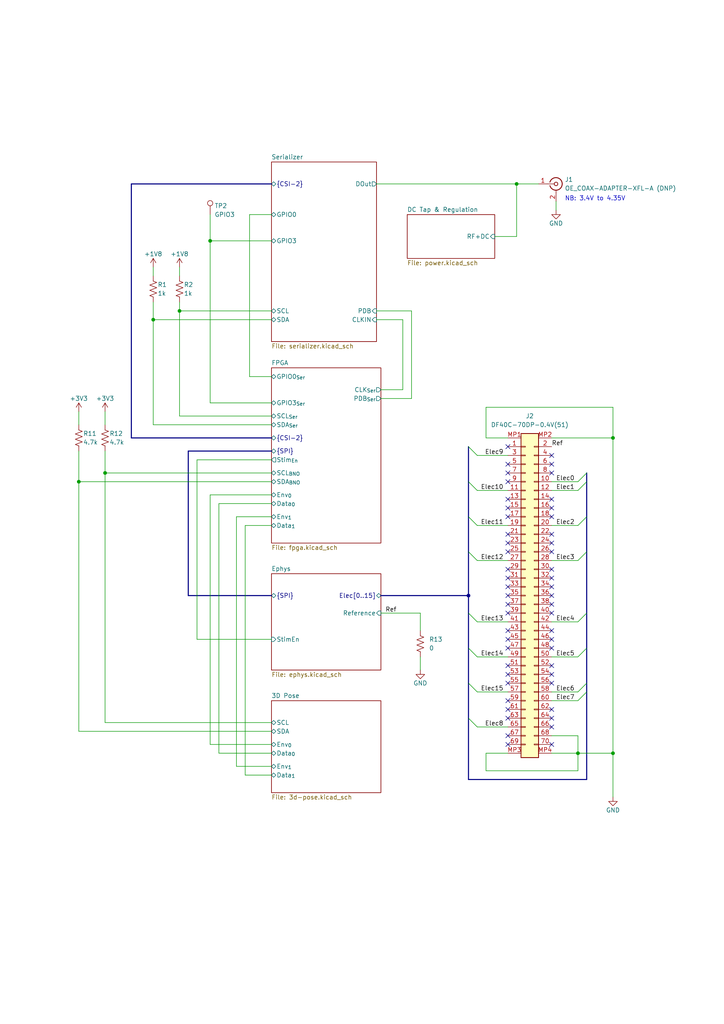
<source format=kicad_sch>
(kicad_sch (version 20211123) (generator eeschema)
  (paper "A4" portrait)
  (title_block (title "Headstage-16Stim") (date "2022-01-21") (rev "A") (company "Open Ephys, Inc") (comment 1 "Jonathan P. Newman"))
  (lib_symbols
    (symbol "Connector:Conn_Coaxial" (pin_names (offset 1.016) hide)
      (property "Reference" "J" (at 0.254 3.048 0))
      (property "Value" "Conn_Coaxial" (at 2.921 0 90))
      (symbol "Conn_Coaxial_0_1"
        (arc (start -1.778 -0.508) (mid 0.222 -1.808) (end 1.778 0) (stroke (width 0.254)))
        (polyline (pts (xy -2.54 0) (xy -0.508 0)))
        (polyline (pts (xy 0 -2.54) (xy 0 -1.778)))
        (circle (center 0 0) (radius 0.508) (stroke (width 0.2032)))
        (arc (start 1.778 0) (mid 0.222 1.8083) (end -1.778 0.508) (stroke (width 0.254)))
      )
      (symbol "Conn_Coaxial_1_1"
        (pin passive line (at -5.08 0 0) (length 2.54) (name "In") (number "1"))
        (pin passive line (at 0 -5.08 90) (length 2.54) (name "Ext") (number "2"))
      )
    )
    (symbol "Connector:TestPoint" (pin_numbers hide) (pin_names (offset 0.762) hide)
      (property "Reference" "TP" (at 0 6.858 0))
      (property "Value" "TestPoint" (at 0 5.08 0))
      (symbol "TestPoint_0_1"
        (circle (center 0 3.302) (radius 0.762))
      )
      (symbol "TestPoint_1_1"
        (pin passive line (at 0 0 90) (length 2.54) (name "1") (number "1"))
      )
    )
    (symbol "Device:R_US" (pin_numbers hide) (pin_names (offset 0))
      (property "Reference" "R" (at 2.54 0 90))
      (property "Value" "R_US" (at -2.54 0 90))
      (symbol "R_US_0_1"
        (polyline (pts (xy 0 -2.286) (xy 0 -2.54)))
        (polyline (pts (xy 0 2.286) (xy 0 2.54)))
        (polyline (pts (xy 0 -0.762) (xy 1.016 -1.143) (xy 0 -1.524) (xy -1.016 -1.905) (xy 0 -2.286)))
        (polyline (pts (xy 0 0.762) (xy 1.016 0.381) (xy 0 0) (xy -1.016 -0.381) (xy 0 -0.762)))
        (polyline (pts (xy 0 2.286) (xy 1.016 1.905) (xy 0 1.524) (xy -1.016 1.143) (xy 0 0.762)))
      )
      (symbol "R_US_1_1"
        (pin passive line (at 0 3.81 270) (length 1.27) (name "~") (number "1"))
        (pin passive line (at 0 -3.81 90) (length 1.27) (name "~") (number "2"))
      )
    )
    (symbol "jonnew:Conn_02x35_Odd_Even_4Mech" (pin_names hide)
      (property "Reference" "J" (at 0 52.07 0))
      (property "Value" "Conn_02x35_Odd_Even_4Mech" (at 1.27 49.53 0))
      (symbol "Conn_02x35_Odd_Even_4Mech_1_1"
        (rectangle (start -2.54 -41.783) (end -1.27 -42.037) (stroke (width 0.1524)))
        (rectangle (start -2.54 -39.243) (end -1.27 -39.497) (stroke (width 0.1524)))
        (rectangle (start -2.54 -36.703) (end -1.27 -36.957) (stroke (width 0.1524)))
        (rectangle (start -2.54 -34.163) (end -1.27 -34.417) (stroke (width 0.1524)))
        (rectangle (start -2.54 -31.623) (end -1.27 -31.877) (stroke (width 0.1524)))
        (rectangle (start -2.54 -29.083) (end -1.27 -29.337) (stroke (width 0.1524)))
        (rectangle (start -2.54 -26.543) (end -1.27 -26.797) (stroke (width 0.1524)))
        (rectangle (start -2.54 -24.003) (end -1.27 -24.257) (stroke (width 0.1524)))
        (rectangle (start -2.54 -21.463) (end -1.27 -21.717) (stroke (width 0.1524)))
        (rectangle (start -2.54 -18.923) (end -1.27 -19.177) (stroke (width 0.1524)))
        (rectangle (start -2.54 -16.383) (end -1.27 -16.637) (stroke (width 0.1524)))
        (rectangle (start -2.54 -13.843) (end -1.27 -14.097) (stroke (width 0.1524)))
        (rectangle (start -2.54 -11.303) (end -1.27 -11.557) (stroke (width 0.1524)))
        (rectangle (start -2.54 -8.763) (end -1.27 -9.017) (stroke (width 0.1524)))
        (rectangle (start -2.54 -6.223) (end -1.27 -6.477) (stroke (width 0.1524)))
        (rectangle (start -2.54 -3.683) (end -1.27 -3.937) (stroke (width 0.1524)))
        (rectangle (start -2.54 -1.143) (end -1.27 -1.397) (stroke (width 0.1524)))
        (rectangle (start -2.54 1.397) (end -1.27 1.143) (stroke (width 0.1524)))
        (rectangle (start -2.54 3.937) (end -1.27 3.683) (stroke (width 0.1524)))
        (rectangle (start -2.54 6.477) (end -1.27 6.223) (stroke (width 0.1524)))
        (rectangle (start -2.54 9.017) (end -1.27 8.763) (stroke (width 0.1524)))
        (rectangle (start -2.54 11.557) (end -1.27 11.303) (stroke (width 0.1524)))
        (rectangle (start -2.54 14.097) (end -1.27 13.843) (stroke (width 0.1524)))
        (rectangle (start -2.54 16.637) (end -1.27 16.383) (stroke (width 0.1524)))
        (rectangle (start -2.54 19.177) (end -1.27 18.923) (stroke (width 0.1524)))
        (rectangle (start -2.54 21.717) (end -1.27 21.463) (stroke (width 0.1524)))
        (rectangle (start -2.54 24.257) (end -1.27 24.003) (stroke (width 0.1524)))
        (rectangle (start -2.54 26.797) (end -1.27 26.543) (stroke (width 0.1524)))
        (rectangle (start -2.54 29.337) (end -1.27 29.083) (stroke (width 0.1524)))
        (rectangle (start -2.54 31.877) (end -1.27 31.623) (stroke (width 0.1524)))
        (rectangle (start -2.54 34.417) (end -1.27 34.163) (stroke (width 0.1524)))
        (rectangle (start -2.54 36.957) (end -1.27 36.703) (stroke (width 0.1524)))
        (rectangle (start -2.54 39.497) (end -1.27 39.243) (stroke (width 0.1524)))
        (rectangle (start -2.54 42.037) (end -1.27 41.783) (stroke (width 0.1524)))
        (rectangle (start -2.54 44.577) (end -1.27 44.323) (stroke (width 0.1524)))
        (rectangle (start -2.54 48.26) (end 2.54 -45.72) (stroke (width 0.254)) (fill (type background)))
        (rectangle (start 2.54 -41.783) (end 1.27 -42.037) (stroke (width 0.1524)))
        (rectangle (start 2.54 -39.243) (end 1.27 -39.497) (stroke (width 0.1524)))
        (rectangle (start 2.54 -36.703) (end 1.27 -36.957) (stroke (width 0.1524)))
        (rectangle (start 2.54 -34.163) (end 1.27 -34.417) (stroke (width 0.1524)))
        (rectangle (start 2.54 -31.623) (end 1.27 -31.877) (stroke (width 0.1524)))
        (rectangle (start 2.54 -29.083) (end 1.27 -29.337) (stroke (width 0.1524)))
        (rectangle (start 2.54 -26.543) (end 1.27 -26.797) (stroke (width 0.1524)))
        (rectangle (start 2.54 -24.003) (end 1.27 -24.257) (stroke (width 0.1524)))
        (rectangle (start 2.54 -21.463) (end 1.27 -21.717) (stroke (width 0.1524)))
        (rectangle (start 2.54 -18.923) (end 1.27 -19.177) (stroke (width 0.1524)))
        (rectangle (start 2.54 -16.383) (end 1.27 -16.637) (stroke (width 0.1524)))
        (rectangle (start 2.54 -13.843) (end 1.27 -14.097) (stroke (width 0.1524)))
        (rectangle (start 2.54 -11.303) (end 1.27 -11.557) (stroke (width 0.1524)))
        (rectangle (start 2.54 -8.763) (end 1.27 -9.017) (stroke (width 0.1524)))
        (rectangle (start 2.54 -6.223) (end 1.27 -6.477) (stroke (width 0.1524)))
        (rectangle (start 2.54 -3.683) (end 1.27 -3.937) (stroke (width 0.1524)))
        (rectangle (start 2.54 -1.143) (end 1.27 -1.397) (stroke (width 0.1524)))
        (rectangle (start 2.54 1.397) (end 1.27 1.143) (stroke (width 0.1524)))
        (rectangle (start 2.54 3.937) (end 1.27 3.683) (stroke (width 0.1524)))
        (rectangle (start 2.54 6.477) (end 1.27 6.223) (stroke (width 0.1524)))
        (rectangle (start 2.54 9.017) (end 1.27 8.763) (stroke (width 0.1524)))
        (rectangle (start 2.54 11.557) (end 1.27 11.303) (stroke (width 0.1524)))
        (rectangle (start 2.54 14.097) (end 1.27 13.843) (stroke (width 0.1524)))
        (rectangle (start 2.54 16.637) (end 1.27 16.383) (stroke (width 0.1524)))
        (rectangle (start 2.54 19.177) (end 1.27 18.923) (stroke (width 0.1524)))
        (rectangle (start 2.54 21.717) (end 1.27 21.463) (stroke (width 0.1524)))
        (rectangle (start 2.54 24.257) (end 1.27 24.003) (stroke (width 0.1524)))
        (rectangle (start 2.54 26.797) (end 1.27 26.543) (stroke (width 0.1524)))
        (rectangle (start 2.54 29.337) (end 1.27 29.083) (stroke (width 0.1524)))
        (rectangle (start 2.54 31.877) (end 1.27 31.623) (stroke (width 0.1524)))
        (rectangle (start 2.54 34.417) (end 1.27 34.163) (stroke (width 0.1524)))
        (rectangle (start 2.54 36.957) (end 1.27 36.703) (stroke (width 0.1524)))
        (rectangle (start 2.54 39.497) (end 1.27 39.243) (stroke (width 0.1524)))
        (rectangle (start 2.54 42.037) (end 1.27 41.783) (stroke (width 0.1524)))
        (rectangle (start 2.54 44.577) (end 1.27 44.323) (stroke (width 0.1524)))
        (pin passive line (at -6.35 44.45 0) (length 3.81) (name "Pin_1") (number "1"))
        (pin passive line (at 6.35 34.29 180) (length 3.81) (name "Pin_10") (number "10"))
        (pin passive line (at -6.35 31.75 0) (length 3.81) (name "Pin_11") (number "11"))
        (pin passive line (at 6.35 31.75 180) (length 3.81) (name "Pin_12") (number "12"))
        (pin passive line (at -6.35 29.21 0) (length 3.81) (name "Pin_13") (number "13"))
        (pin passive line (at 6.35 29.21 180) (length 3.81) (name "Pin_14") (number "14"))
        (pin passive line (at -6.35 26.67 0) (length 3.81) (name "Pin_15") (number "15"))
        (pin passive line (at 6.35 26.67 180) (length 3.81) (name "Pin_16") (number "16"))
        (pin passive line (at -6.35 24.13 0) (length 3.81) (name "Pin_17") (number "17"))
        (pin passive line (at 6.35 24.13 180) (length 3.81) (name "Pin_18") (number "18"))
        (pin passive line (at -6.35 21.59 0) (length 3.81) (name "Pin_19") (number "19"))
        (pin passive line (at 6.35 44.45 180) (length 3.81) (name "Pin_2") (number "2"))
        (pin passive line (at 6.35 21.59 180) (length 3.81) (name "Pin_20") (number "20"))
        (pin passive line (at -6.35 19.05 0) (length 3.81) (name "Pin_21") (number "21"))
        (pin passive line (at 6.35 19.05 180) (length 3.81) (name "Pin_22") (number "22"))
        (pin passive line (at -6.35 16.51 0) (length 3.81) (name "Pin_23") (number "23"))
        (pin passive line (at 6.35 16.51 180) (length 3.81) (name "Pin_24") (number "24"))
        (pin passive line (at -6.35 13.97 0) (length 3.81) (name "Pin_25") (number "25"))
        (pin passive line (at 6.35 13.97 180) (length 3.81) (name "Pin_26") (number "26"))
        (pin passive line (at -6.35 11.43 0) (length 3.81) (name "Pin_27") (number "27"))
        (pin passive line (at 6.35 11.43 180) (length 3.81) (name "Pin_28") (number "28"))
        (pin passive line (at -6.35 8.89 0) (length 3.81) (name "Pin_29") (number "29"))
        (pin passive line (at -6.35 41.91 0) (length 3.81) (name "Pin_3") (number "3"))
        (pin passive line (at 6.35 8.89 180) (length 3.81) (name "Pin_30") (number "30"))
        (pin passive line (at -6.35 6.35 0) (length 3.81) (name "Pin_31") (number "31"))
        (pin passive line (at 6.35 6.35 180) (length 3.81) (name "Pin_32") (number "32"))
        (pin passive line (at -6.35 3.81 0) (length 3.81) (name "Pin_33") (number "33"))
        (pin passive line (at 6.35 3.81 180) (length 3.81) (name "Pin_34") (number "34"))
        (pin passive line (at -6.35 1.27 0) (length 3.81) (name "Pin_35") (number "35"))
        (pin passive line (at 6.35 1.27 180) (length 3.81) (name "Pin_36") (number "36"))
        (pin passive line (at -6.35 -1.27 0) (length 3.81) (name "Pin_37") (number "37"))
        (pin passive line (at 6.35 -1.27 180) (length 3.81) (name "Pin_38") (number "38"))
        (pin passive line (at -6.35 -3.81 0) (length 3.81) (name "Pin_39") (number "39"))
        (pin passive line (at 6.35 41.91 180) (length 3.81) (name "Pin_4") (number "4"))
        (pin passive line (at 6.35 -3.81 180) (length 3.81) (name "Pin_40") (number "40"))
        (pin passive line (at -6.35 -6.35 0) (length 3.81) (name "Pin_41") (number "41"))
        (pin passive line (at 6.35 -6.35 180) (length 3.81) (name "Pin_42") (number "42"))
        (pin passive line (at -6.35 -8.89 0) (length 3.81) (name "Pin_43") (number "43"))
        (pin passive line (at 6.35 -8.89 180) (length 3.81) (name "Pin_44") (number "44"))
        (pin passive line (at -6.35 -11.43 0) (length 3.81) (name "Pin_45") (number "45"))
        (pin passive line (at 6.35 -11.43 180) (length 3.81) (name "Pin_46") (number "46"))
        (pin passive line (at -6.35 -13.97 0) (length 3.81) (name "Pin_47") (number "47"))
        (pin passive line (at 6.35 -13.97 180) (length 3.81) (name "Pin_48") (number "48"))
        (pin passive line (at -6.35 -16.51 0) (length 3.81) (name "Pin_49") (number "49"))
        (pin passive line (at -6.35 39.37 0) (length 3.81) (name "Pin_5") (number "5"))
        (pin passive line (at 6.35 -16.51 180) (length 3.81) (name "Pin_50") (number "50"))
        (pin passive line (at -6.35 -19.05 0) (length 3.81) (name "Pin_51") (number "51"))
        (pin passive line (at 6.35 -19.05 180) (length 3.81) (name "Pin_52") (number "52"))
        (pin passive line (at -6.35 -21.59 0) (length 3.81) (name "Pin_53") (number "53"))
        (pin passive line (at 6.35 -21.59 180) (length 3.81) (name "Pin_54") (number "54"))
        (pin passive line (at -6.35 -24.13 0) (length 3.81) (name "Pin_55") (number "55"))
        (pin passive line (at 6.35 -24.13 180) (length 3.81) (name "Pin_56") (number "56"))
        (pin passive line (at -6.35 -26.67 0) (length 3.81) (name "Pin_57") (number "57"))
        (pin passive line (at 6.35 -26.67 180) (length 3.81) (name "Pin_58") (number "58"))
        (pin passive line (at -6.35 -29.21 0) (length 3.81) (name "Pin_59") (number "59"))
        (pin passive line (at 6.35 39.37 180) (length 3.81) (name "Pin_6") (number "6"))
        (pin passive line (at 6.35 -29.21 180) (length 3.81) (name "Pin_60") (number "60"))
        (pin passive line (at -6.35 -31.75 0) (length 3.81) (name "Pin_61") (number "61"))
        (pin passive line (at 6.35 -31.75 180) (length 3.81) (name "Pin_62") (number "62"))
        (pin passive line (at -6.35 -34.29 0) (length 3.81) (name "Pin_63") (number "63"))
        (pin passive line (at 6.35 -34.29 180) (length 3.81) (name "Pin_64") (number "64"))
        (pin passive line (at -6.35 -36.83 0) (length 3.81) (name "Pin_65") (number "65"))
        (pin passive line (at 6.35 -36.83 180) (length 3.81) (name "Pin_66") (number "66"))
        (pin passive line (at -6.35 -39.37 0) (length 3.81) (name "Pin_67") (number "67"))
        (pin passive line (at 6.35 -39.37 180) (length 3.81) (name "Pin_68") (number "68"))
        (pin passive line (at -6.35 -41.91 0) (length 3.81) (name "Pin_69") (number "69"))
        (pin passive line (at -6.35 36.83 0) (length 3.81) (name "Pin_7") (number "7"))
        (pin passive line (at 6.35 -41.91 180) (length 3.81) (name "Pin_70") (number "70"))
        (pin passive line (at 6.35 36.83 180) (length 3.81) (name "Pin_8") (number "8"))
        (pin passive line (at -6.35 34.29 0) (length 3.81) (name "Pin_9") (number "9"))
        (pin passive line (at -6.35 46.99 0) (length 3.81) (name "MountPin1") (number "MP1"))
        (pin passive line (at 6.35 46.99 180) (length 3.81) (name "MountPin2") (number "MP2"))
        (pin passive line (at -6.35 -44.45 0) (length 3.81) (name "MountPin3") (number "MP3"))
        (pin passive line (at 6.35 -44.45 180) (length 3.81) (name "MountPin4") (number "MP4"))
      )
    )
    (symbol "power:+1V8" (power) (pin_names (offset 0))
      (property "Value" "+1V8" (at 0 3.556 0))
      (symbol "+1V8_0_1"
        (polyline (pts (xy -0.762 1.27) (xy 0 2.54)))
        (polyline (pts (xy 0 0) (xy 0 2.54)))
        (polyline (pts (xy 0 2.54) (xy 0.762 1.27)))
      )
      (symbol "+1V8_1_1"
        (pin power_in line (at 0 0 90) (length 0) hide (name "+1V8") (number "1"))
      )
    )
    (symbol "power:+3.3V" (power) (pin_names (offset 0))
      (property "Value" "+3.3V" (at 0 3.556 0))
      (symbol "+3.3V_0_1"
        (polyline (pts (xy -0.762 1.27) (xy 0 2.54)))
        (polyline (pts (xy 0 0) (xy 0 2.54)))
        (polyline (pts (xy 0 2.54) (xy 0.762 1.27)))
      )
      (symbol "+3.3V_1_1"
        (pin power_in line (at 0 0 90) (length 0) hide (name "+3V3") (number "1"))
      )
    )
    (symbol "power:GND" (power) (pin_names (offset 0))
      (property "Value" "GND" (at 0 -3.81 0))
      (symbol "GND_0_1"
        (polyline (pts (xy 0 0) (xy 0 -1.27) (xy 1.27 -1.27) (xy 0 -2.54) (xy -1.27 -1.27) (xy 0 -1.27)))
      )
      (symbol "GND_1_1"
        (pin power_in line (at 0 0 270) (length 0) hide (name "GND") (number "1"))
      )
    )
  )
  (junction (at 30.48 137.16))
  (junction (at 177.8 127))
  (junction (at 52.07 90.17))
  (junction (at 177.8 218.44))
  (junction (at 60.96 69.85))
  (junction (at 167.64 218.44))
  (junction (at 44.45 92.71))
  (junction (at 22.86 139.7))
  (junction (at 149.86 53.34))
  (junction (at 135.89 172.72))
  (no_connect (at 147.32 129.54))
  (no_connect (at 160.02 215.9))
  (no_connect (at 147.32 213.36))
  (no_connect (at 147.32 215.9))
  (no_connect (at 147.32 134.62))
  (no_connect (at 147.32 137.16))
  (no_connect (at 147.32 139.7))
  (no_connect (at 160.02 132.08))
  (no_connect (at 160.02 134.62))
  (no_connect (at 160.02 137.16))
  (no_connect (at 160.02 144.78))
  (no_connect (at 160.02 147.32))
  (no_connect (at 160.02 149.86))
  (no_connect (at 147.32 144.78))
  (no_connect (at 147.32 147.32))
  (no_connect (at 147.32 149.86))
  (no_connect (at 147.32 160.02))
  (no_connect (at 160.02 154.94))
  (no_connect (at 160.02 157.48))
  (no_connect (at 160.02 160.02))
  (no_connect (at 147.32 154.94))
  (no_connect (at 147.32 157.48))
  (no_connect (at 147.32 165.1))
  (no_connect (at 147.32 167.64))
  (no_connect (at 147.32 170.18))
  (no_connect (at 147.32 172.72))
  (no_connect (at 147.32 198.12))
  (no_connect (at 147.32 203.2))
  (no_connect (at 147.32 205.74))
  (no_connect (at 147.32 208.28))
  (no_connect (at 147.32 193.04))
  (no_connect (at 147.32 195.58))
  (no_connect (at 160.02 198.12))
  (no_connect (at 160.02 195.58))
  (no_connect (at 160.02 193.04))
  (no_connect (at 147.32 177.8))
  (no_connect (at 147.32 182.88))
  (no_connect (at 147.32 185.42))
  (no_connect (at 147.32 187.96))
  (no_connect (at 147.32 175.26))
  (no_connect (at 160.02 175.26))
  (no_connect (at 160.02 172.72))
  (no_connect (at 160.02 170.18))
  (no_connect (at 160.02 167.64))
  (no_connect (at 160.02 165.1))
  (no_connect (at 160.02 177.8))
  (no_connect (at 160.02 187.96))
  (no_connect (at 160.02 185.42))
  (no_connect (at 160.02 182.88))
  (no_connect (at 160.02 208.28))
  (no_connect (at 160.02 205.74))
  (no_connect (at 160.02 210.82))
  (bus_entry (at 170.18 177.8) (size -2.54 2.54))
  (bus_entry (at 135.89 187.96) (size 2.54 2.54))
  (bus_entry (at 170.18 200.66) (size -2.54 2.54))
  (bus_entry (at 135.89 198.12) (size 2.54 2.54))
  (bus_entry (at 135.89 208.28) (size 2.54 2.54))
  (bus_entry (at 170.18 187.96) (size -2.54 2.54))
  (bus_entry (at 170.18 149.86) (size -2.54 2.54))
  (bus_entry (at 135.89 177.8) (size 2.54 2.54))
  (bus_entry (at 170.18 198.12) (size -2.54 2.54))
  (bus_entry (at 135.89 129.54) (size 2.54 2.54))
  (bus_entry (at 135.89 160.02) (size 2.54 2.54))
  (bus_entry (at 135.89 139.7) (size 2.54 2.54))
  (bus_entry (at 170.18 139.7) (size -2.54 2.54))
  (bus_entry (at 135.89 149.86) (size 2.54 2.54))
  (bus_entry (at 170.18 137.16) (size -2.54 2.54))
  (bus_entry (at 170.18 160.02) (size -2.54 2.54))
  (bus (pts (xy 170.18 198.12) (xy 170.18 200.66)))
  (wire (pts (xy 138.43 152.4) (xy 147.32 152.4)))
  (wire (pts (xy 57.15 133.35) (xy 57.15 185.42)))
  (wire (pts (xy 30.48 137.16) (xy 30.48 209.55)))
  (bus (pts (xy 135.89 226.06) (xy 170.18 226.06)))
  (wire (pts (xy 149.86 53.34) (xy 149.86 68.58)))
  (wire (pts (xy 160.02 180.34) (xy 167.64 180.34)))
  (wire (pts (xy 140.97 218.44) (xy 147.32 218.44)))
  (wire (pts (xy 160.02 162.56) (xy 167.64 162.56)))
  (wire (pts (xy 44.45 92.71) (xy 44.45 123.19)))
  (wire (pts (xy 52.07 90.17) (xy 78.74 90.17)))
  (wire (pts (xy 60.96 69.85) (xy 60.96 116.84)))
  (wire (pts (xy 177.8 218.44) (xy 167.64 218.44)))
  (wire (pts (xy 160.02 127) (xy 177.8 127)))
  (wire (pts (xy 140.97 118.11) (xy 177.8 118.11)))
  (wire (pts (xy 68.58 222.25) (xy 68.58 149.86)))
  (wire (pts (xy 44.45 92.71) (xy 78.74 92.71)))
  (wire (pts (xy 160.02 139.7) (xy 167.64 139.7)))
  (wire (pts (xy 138.43 142.24) (xy 147.32 142.24)))
  (bus (pts (xy 135.89 187.96) (xy 135.89 198.12)))
  (wire (pts (xy 22.86 119.38) (xy 22.86 123.19)))
  (wire (pts (xy 121.92 190.5) (xy 121.92 194.31)))
  (wire (pts (xy 160.02 200.66) (xy 167.64 200.66)))
  (wire (pts (xy 22.86 139.7) (xy 22.86 212.09)))
  (wire (pts (xy 110.49 177.8) (xy 121.92 177.8)))
  (wire (pts (xy 167.64 223.52) (xy 167.64 218.44)))
  (wire (pts (xy 71.12 224.79) (xy 71.12 152.4)))
  (wire (pts (xy 160.02 152.4) (xy 167.64 152.4)))
  (wire (pts (xy 138.43 162.56) (xy 147.32 162.56)))
  (wire (pts (xy 143.51 68.58) (xy 149.86 68.58)))
  (wire (pts (xy 60.96 143.51) (xy 60.96 215.9)))
  (bus (pts (xy 135.89 160.02) (xy 135.89 172.72)))
  (wire (pts (xy 147.32 127) (xy 140.97 127)))
  (bus (pts (xy 170.18 177.8) (xy 170.18 187.96)))
  (wire (pts (xy 60.96 215.9) (xy 78.74 215.9)))
  (wire (pts (xy 30.48 209.55) (xy 78.74 209.55)))
  (wire (pts (xy 22.86 139.7) (xy 78.74 139.7)))
  (wire (pts (xy 167.64 218.44) (xy 167.64 213.36)))
  (wire (pts (xy 44.45 123.19) (xy 78.74 123.19)))
  (wire (pts (xy 138.43 210.82) (xy 147.32 210.82)))
  (bus (pts (xy 135.89 208.28) (xy 135.89 226.06)))
  (bus (pts (xy 38.1 127) (xy 78.74 127)))
  (wire (pts (xy 160.02 213.36) (xy 167.64 213.36)))
  (wire (pts (xy 110.49 115.57) (xy 119.38 115.57)))
  (wire (pts (xy 177.8 218.44) (xy 177.8 231.14)))
  (wire (pts (xy 60.96 62.23) (xy 60.96 69.85)))
  (wire (pts (xy 116.84 113.03) (xy 116.84 92.71)))
  (wire (pts (xy 116.84 92.71) (xy 109.22 92.71)))
  (wire (pts (xy 138.43 200.66) (xy 147.32 200.66)))
  (wire (pts (xy 140.97 223.52) (xy 140.97 218.44)))
  (wire (pts (xy 119.38 90.17) (xy 119.38 115.57)))
  (wire (pts (xy 177.8 127) (xy 177.8 218.44)))
  (wire (pts (xy 109.22 90.17) (xy 119.38 90.17)))
  (wire (pts (xy 138.43 180.34) (xy 147.32 180.34)))
  (wire (pts (xy 44.45 87.63) (xy 44.45 92.71)))
  (wire (pts (xy 30.48 119.38) (xy 30.48 123.19)))
  (wire (pts (xy 160.02 190.5) (xy 167.64 190.5)))
  (wire (pts (xy 160.02 142.24) (xy 167.64 142.24)))
  (wire (pts (xy 161.29 58.42) (xy 161.29 60.96)))
  (bus (pts (xy 170.18 137.16) (xy 170.18 139.7)))
  (bus (pts (xy 135.89 172.72) (xy 135.89 177.8)))
  (wire (pts (xy 22.86 130.81) (xy 22.86 139.7)))
  (wire (pts (xy 63.5 218.44) (xy 78.74 218.44)))
  (wire (pts (xy 140.97 223.52) (xy 167.64 223.52)))
  (bus (pts (xy 135.89 129.54) (xy 135.89 139.7)))
  (wire (pts (xy 60.96 116.84) (xy 78.74 116.84)))
  (bus (pts (xy 135.89 198.12) (xy 135.89 208.28)))
  (bus (pts (xy 170.18 187.96) (xy 170.18 198.12)))
  (bus (pts (xy 38.1 53.34) (xy 78.74 53.34)))
  (wire (pts (xy 72.39 62.23) (xy 78.74 62.23)))
  (wire (pts (xy 78.74 69.85) (xy 60.96 69.85)))
  (wire (pts (xy 121.92 177.8) (xy 121.92 182.88)))
  (bus (pts (xy 135.89 139.7) (xy 135.89 149.86)))
  (wire (pts (xy 138.43 190.5) (xy 147.32 190.5)))
  (bus (pts (xy 170.18 160.02) (xy 170.18 177.8)))
  (wire (pts (xy 71.12 152.4) (xy 78.74 152.4)))
  (bus (pts (xy 54.61 130.81) (xy 54.61 172.72)))
  (bus (pts (xy 54.61 172.72) (xy 78.74 172.72)))
  (wire (pts (xy 109.22 53.34) (xy 149.86 53.34)))
  (wire (pts (xy 68.58 149.86) (xy 78.74 149.86)))
  (bus (pts (xy 135.89 177.8) (xy 135.89 187.96)))
  (wire (pts (xy 22.86 212.09) (xy 78.74 212.09)))
  (wire (pts (xy 30.48 137.16) (xy 78.74 137.16)))
  (bus (pts (xy 135.89 149.86) (xy 135.89 160.02)))
  (wire (pts (xy 138.43 132.08) (xy 147.32 132.08)))
  (wire (pts (xy 110.49 113.03) (xy 116.84 113.03)))
  (wire (pts (xy 60.96 143.51) (xy 78.74 143.51)))
  (bus (pts (xy 54.61 130.81) (xy 78.74 130.81)))
  (bus (pts (xy 38.1 127) (xy 38.1 53.34)))
  (wire (pts (xy 30.48 130.81) (xy 30.48 137.16)))
  (wire (pts (xy 78.74 224.79) (xy 71.12 224.79)))
  (bus (pts (xy 170.18 139.7) (xy 170.18 149.86)))
  (wire (pts (xy 78.74 222.25) (xy 68.58 222.25)))
  (wire (pts (xy 78.74 133.35) (xy 57.15 133.35)))
  (bus (pts (xy 110.49 172.72) (xy 135.89 172.72)))
  (wire (pts (xy 160.02 203.2) (xy 167.64 203.2)))
  (wire (pts (xy 44.45 77.47) (xy 44.45 80.01)))
  (wire (pts (xy 52.07 90.17) (xy 52.07 120.65)))
  (wire (pts (xy 57.15 185.42) (xy 78.74 185.42)))
  (wire (pts (xy 52.07 77.47) (xy 52.07 80.01)))
  (bus (pts (xy 170.18 149.86) (xy 170.18 160.02)))
  (wire (pts (xy 140.97 127) (xy 140.97 118.11)))
  (wire (pts (xy 149.86 53.34) (xy 156.21 53.34)))
  (wire (pts (xy 52.07 87.63) (xy 52.07 90.17)))
  (bus (pts (xy 170.18 200.66) (xy 170.18 226.06)))
  (wire (pts (xy 160.02 218.44) (xy 167.64 218.44)))
  (wire (pts (xy 72.39 62.23) (xy 72.39 109.22)))
  (wire (pts (xy 72.39 109.22) (xy 78.74 109.22)))
  (wire (pts (xy 63.5 146.05) (xy 78.74 146.05)))
  (wire (pts (xy 52.07 120.65) (xy 78.74 120.65)))
  (wire (pts (xy 177.8 118.11) (xy 177.8 127)))
  (wire (pts (xy 63.5 146.05) (xy 63.5 218.44)))
  (text "NB: 3.4V to 4.35V" (at 163.83 58.42 0) (effects (font (size 1.27 1.27)) (justify left bottom)))
  (label "Elec8" (at 146.05 210.82 180))
  (label "Elec7" (at 161.29 203.2 0))
  (label "Elec13" (at 146.05 180.34 180))
  (label "Elec4" (at 161.29 180.34 0))
  (label "Elec2" (at 161.29 152.4 0))
  (label "Ref" (at 160.02 129.54 0))
  (label "Elec10" (at 146.05 142.24 180))
  (label "Elec14" (at 146.05 190.5 180))
  (label "Elec12" (at 146.05 162.56 180))
  (label "Elec15" (at 146.05 200.66 180))
  (label "Elec0" (at 161.29 139.7 0))
  (label "Elec6" (at 161.29 200.66 0))
  (label "Elec5" (at 161.29 190.5 0))
  (label "Elec11" (at 146.05 152.4 180))
  (label "Ref" (at 111.76 177.8 0))
  (label "Elec3" (at 161.29 162.56 0))
  (label "Elec9" (at 146.05 132.08 180))
  (label "Elec1" (at 161.29 142.24 0))
  (symbol (lib_id "power:GND") (at 121.92 194.31 0) (unit 1)
    (property "Reference" "#PWR0121" (effects hide))
    (property "Value" "GND" (at 121.92 198.12 0))
  )
  (symbol (lib_id "Device:R_US") (at 30.48 127 0) (unit 1)
    (property "Reference" "R12" (at 31.75 125.73 0) (effects (justify left)))
    (property "Value" "4.7k" (at 31.75 128.27 0) (effects (justify left)))
    (property "Footprint" "Resistor_SMD:R_0201_0603Metric" (effects hide))
  )
  (symbol (lib_id "Connector:TestPoint") (at 60.96 62.23 0) (unit 1) (in_bom no)
    (property "Reference" "TP2" (at 62.23 59.69 0) (effects (justify left)))
    (property "Value" "GPIO3" (at 62.23 62.23 0) (effects (justify left)))
    (property "Footprint" "jonnew:TestPoint_Pad_D0.6mm" (effects hide))
  )
  (symbol (lib_id "power:+3.3V") (at 30.48 119.38 0) (unit 1)
    (property "Reference" "#PWR02" (effects hide))
    (property "Value" "+3.3V" (at 30.48 115.57 0))
  )
  (symbol (lib_id "Device:R_US") (at 44.45 83.82 0) (unit 1)
    (property "Reference" "R1" (at 45.72 82.55 0) (effects (justify left)))
    (property "Value" "1k" (at 45.72 85.09 0) (effects (justify left)))
    (property "Footprint" "Resistor_SMD:R_0201_0603Metric" (effects hide))
  )
  (symbol (lib_id "power:GND") (at 161.29 60.96 0) (unit 1)
    (property "Reference" "#PWR0124" (effects hide))
    (property "Value" "GND" (at 161.29 64.77 0))
  )
  (symbol (lib_id "power:GND") (at 177.8 231.14 0) (unit 1)
    (property "Reference" "#PWR0120" (effects hide))
    (property "Value" "GND" (at 177.8 234.95 0))
  )
  (symbol (lib_id "Connector:Conn_Coaxial") (at 161.29 53.34 0) (unit 1)
    (property "Reference" "J1" (at 163.83 52.07 0) (effects (justify left)))
    (property "Value" "OE_COAX-ADAPTER-XFL-A (DNP)" (at 163.83 54.61 0) (effects (justify left)))
    (property "Footprint" "jonnew:OE_COAX-ADAPTER-XFL-A" (effects hide))
    (property "Datasheet" " ~" (effects hide))
  )
  (symbol (lib_id "power:+3.3V") (at 22.86 119.38 0) (unit 1)
    (property "Reference" "#PWR01" (effects hide))
    (property "Value" "+3.3V" (at 22.86 115.57 0))
  )
  (symbol (lib_id "power:+1V8") (at 44.45 77.47 0) (unit 1)
    (property "Reference" "#PWR0101" (effects hide))
    (property "Value" "+1V8" (at 44.45 73.66 0))
  )
  (symbol (lib_id "Device:R_US") (at 52.07 83.82 0) (unit 1)
    (property "Reference" "R2" (at 53.34 82.55 0) (effects (justify left)))
    (property "Value" "1k" (at 53.34 85.09 0) (effects (justify left)))
    (property "Footprint" "Resistor_SMD:R_0201_0603Metric" (effects hide))
  )
  (symbol (lib_id "jonnew:Conn_02x35_Odd_Even_4Mech") (at 153.67 173.99 0) (unit 1)
    (property "Reference" "J2" (at 153.67 120.65 0))
    (property "Value" "DF40C-70DP-0.4V(51)" (at 153.67 123.19 0))
    (property "Footprint" "jonnew:HIROSE_DF40C70DP04V51" (effects hide))
  )
  (symbol (lib_id "Device:R_US") (at 121.92 186.69 0) (unit 1)
    (property "Reference" "R13" (at 124.46 185.42 0) (effects (justify left)))
    (property "Value" "0" (at 124.46 187.96 0) (effects (justify left)))
    (property "Footprint" "Resistor_SMD:R_0201_0603Metric" (effects hide))
  )
  (symbol (lib_id "Device:R_US") (at 22.86 127 0) (unit 1)
    (property "Reference" "R11" (at 24.13 125.73 0) (effects (justify left)))
    (property "Value" "4.7k" (at 24.13 128.27 0) (effects (justify left)))
    (property "Footprint" "Resistor_SMD:R_0201_0603Metric" (effects hide))
  )
  (symbol (lib_id "power:+1V8") (at 52.07 77.47 0) (unit 1)
    (property "Reference" "#PWR0102" (effects hide))
    (property "Value" "+1V8" (at 52.07 73.66 0))
  )
  (sheet (at 78.74 166.37) (size 31.75 27.94) (stroke (width 0.1524))
    (property "Sheet name" "Ephys" (at 78.74 165.6584 0) (effects (justify left bottom)))
    (property "Sheet file" "ephys.kicad_sch" (at 78.74 194.8946 0) (effects (justify left top)))
    (pin "Reference" input (at 110.49 177.8 0))
    (pin "{SPI}" bidirectional (at 78.74 172.72 180))
    (pin "Elec[0..15]" bidirectional (at 110.49 172.72 0))
    (pin "StimEn" input (at 78.74 185.42 180))
  )
  (sheet (at 78.74 46.99) (size 30.48 52.07) (stroke (width 0.1524))
    (property "Sheet name" "Serializer" (at 78.74 46.2784 0) (effects (justify left bottom)))
    (property "Sheet file" "serializer.kicad_sch" (at 78.74 99.6446 0) (effects (justify left top)))
    (pin "DOut" output (at 109.22 53.34 0))
    (pin "SCL" bidirectional (at 78.74 90.17 180))
    (pin "SDA" bidirectional (at 78.74 92.71 180))
    (pin "GPIO0" bidirectional (at 78.74 62.23 180))
    (pin "GPIO3" bidirectional (at 78.74 69.85 180))
    (pin "PDB" input (at 109.22 90.17 0))
    (pin "CLKIN" input (at 109.22 92.71 0))
    (pin "{CSI-2}" bidirectional (at 78.74 53.34 180))
  )
  (sheet (at 78.74 203.2) (size 31.75 26.67) (stroke (width 0.1524))
    (property "Sheet name" "3D Pose" (at 78.74 202.4884 0) (effects (justify left bottom)))
    (property "Sheet file" "3d-pose.kicad_sch" (at 78.74 230.4546 0) (effects (justify left top)))
    (pin "SCL" bidirectional (at 78.74 209.55 180))
    (pin "SDA" bidirectional (at 78.74 212.09 180))
    (pin "Env_{0}" bidirectional (at 78.74 215.9 180))
    (pin "Data_{0}" bidirectional (at 78.74 218.44 180))
    (pin "Env_{1}" bidirectional (at 78.74 222.25 180))
    (pin "Data_{1}" bidirectional (at 78.74 224.79 180))
  )
  (sheet (at 78.74 106.68) (size 31.75 50.8) (stroke (width 0.1524))
    (property "Sheet name" "FPGA" (at 78.74 105.9684 0) (effects (justify left bottom)))
    (property "Sheet file" "fpga.kicad_sch" (at 78.74 158.0646 0) (effects (justify left top)))
    (pin "SDA_{Ser}" bidirectional (at 78.74 123.19 180))
    (pin "SCL_{Ser}" bidirectional (at 78.74 120.65 180))
    (pin "GPIO0_{Ser}" bidirectional (at 78.74 109.22 180))
    (pin "{CSI-2}" bidirectional (at 78.74 127 180))
    (pin "{SPI}" bidirectional (at 78.74 130.81 180))
    (pin "GPIO3_{Ser}" bidirectional (at 78.74 116.84 180))
    (pin "CLK_{Ser}" output (at 110.49 113.03 0))
    (pin "PDB_{Ser}" output (at 110.49 115.57 0))
    (pin "SDA_{BNO}" bidirectional (at 78.74 139.7 180))
    (pin "SCL_{BNO}" bidirectional (at 78.74 137.16 180))
    (pin "Data_{0}" bidirectional (at 78.74 146.05 180))
    (pin "Env_{0}" bidirectional (at 78.74 143.51 180))
    (pin "Env_{1}" bidirectional (at 78.74 149.86 180))
    (pin "Data_{1}" bidirectional (at 78.74 152.4 180))
    (pin "Stim_{En}" output (at 78.74 133.35 180))
  )
  (sheet (at 118.11 62.23) (size 25.4 12.7) (stroke (width 0.1524))
    (property "Sheet name" "DC Tap & Regulation" (at 118.11 61.5184 0) (effects (justify left bottom)))
    (property "Sheet file" "power.kicad_sch" (at 118.11 75.5146 0) (effects (justify left top)))
    (pin "RF+DC" input (at 143.51 68.58 0))
  )
)
</source>
